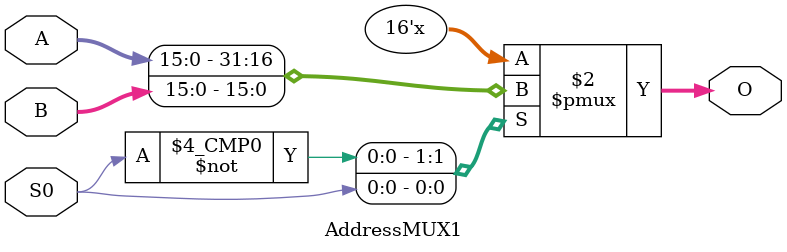
<source format=v>
`timescale 1ns / 1ps
module AddressMUX1(
    input [15:0] A,
    input [15:0] B,
    input S0,
    output [15:0] O
    );

	reg [15:0] O;
	
	always @(A or B or S0)
	begin
		case(S0)
		1'b0 : O <= A;
		1'b1 : O <= B;
		endcase
	end	
endmodule


</source>
